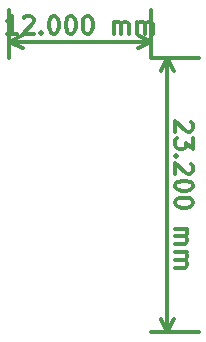
<source format=gbr>
G04 #@! TF.FileFunction,Other,ECO1*
%FSLAX46Y46*%
G04 Gerber Fmt 4.6, Leading zero omitted, Abs format (unit mm)*
G04 Created by KiCad (PCBNEW 4.0.7) date 11/15/17 16:50:02*
%MOMM*%
%LPD*%
G01*
G04 APERTURE LIST*
%ADD10C,0.100000*%
%ADD11C,0.300000*%
G04 APERTURE END LIST*
D10*
D11*
X174378571Y-115785715D02*
X174450000Y-115857144D01*
X174521429Y-116000001D01*
X174521429Y-116357144D01*
X174450000Y-116500001D01*
X174378571Y-116571430D01*
X174235714Y-116642858D01*
X174092857Y-116642858D01*
X173878571Y-116571430D01*
X173021429Y-115714287D01*
X173021429Y-116642858D01*
X174521429Y-117142858D02*
X174521429Y-118071429D01*
X173950000Y-117571429D01*
X173950000Y-117785715D01*
X173878571Y-117928572D01*
X173807143Y-118000001D01*
X173664286Y-118071429D01*
X173307143Y-118071429D01*
X173164286Y-118000001D01*
X173092857Y-117928572D01*
X173021429Y-117785715D01*
X173021429Y-117357143D01*
X173092857Y-117214286D01*
X173164286Y-117142858D01*
X173164286Y-118714286D02*
X173092857Y-118785714D01*
X173021429Y-118714286D01*
X173092857Y-118642857D01*
X173164286Y-118714286D01*
X173021429Y-118714286D01*
X174378571Y-119357143D02*
X174450000Y-119428572D01*
X174521429Y-119571429D01*
X174521429Y-119928572D01*
X174450000Y-120071429D01*
X174378571Y-120142858D01*
X174235714Y-120214286D01*
X174092857Y-120214286D01*
X173878571Y-120142858D01*
X173021429Y-119285715D01*
X173021429Y-120214286D01*
X174521429Y-121142857D02*
X174521429Y-121285714D01*
X174450000Y-121428571D01*
X174378571Y-121500000D01*
X174235714Y-121571429D01*
X173950000Y-121642857D01*
X173592857Y-121642857D01*
X173307143Y-121571429D01*
X173164286Y-121500000D01*
X173092857Y-121428571D01*
X173021429Y-121285714D01*
X173021429Y-121142857D01*
X173092857Y-121000000D01*
X173164286Y-120928571D01*
X173307143Y-120857143D01*
X173592857Y-120785714D01*
X173950000Y-120785714D01*
X174235714Y-120857143D01*
X174378571Y-120928571D01*
X174450000Y-121000000D01*
X174521429Y-121142857D01*
X174521429Y-122571428D02*
X174521429Y-122714285D01*
X174450000Y-122857142D01*
X174378571Y-122928571D01*
X174235714Y-123000000D01*
X173950000Y-123071428D01*
X173592857Y-123071428D01*
X173307143Y-123000000D01*
X173164286Y-122928571D01*
X173092857Y-122857142D01*
X173021429Y-122714285D01*
X173021429Y-122571428D01*
X173092857Y-122428571D01*
X173164286Y-122357142D01*
X173307143Y-122285714D01*
X173592857Y-122214285D01*
X173950000Y-122214285D01*
X174235714Y-122285714D01*
X174378571Y-122357142D01*
X174450000Y-122428571D01*
X174521429Y-122571428D01*
X173021429Y-124857142D02*
X174021429Y-124857142D01*
X173878571Y-124857142D02*
X173950000Y-124928570D01*
X174021429Y-125071428D01*
X174021429Y-125285713D01*
X173950000Y-125428570D01*
X173807143Y-125499999D01*
X173021429Y-125499999D01*
X173807143Y-125499999D02*
X173950000Y-125571428D01*
X174021429Y-125714285D01*
X174021429Y-125928570D01*
X173950000Y-126071428D01*
X173807143Y-126142856D01*
X173021429Y-126142856D01*
X173021429Y-126857142D02*
X174021429Y-126857142D01*
X173878571Y-126857142D02*
X173950000Y-126928570D01*
X174021429Y-127071428D01*
X174021429Y-127285713D01*
X173950000Y-127428570D01*
X173807143Y-127499999D01*
X173021429Y-127499999D01*
X173807143Y-127499999D02*
X173950000Y-127571428D01*
X174021429Y-127714285D01*
X174021429Y-127928570D01*
X173950000Y-128071428D01*
X173807143Y-128142856D01*
X173021429Y-128142856D01*
X172350000Y-110400000D02*
X172350000Y-133600000D01*
X170950000Y-110400000D02*
X175050000Y-110400000D01*
X170950000Y-133600000D02*
X175050000Y-133600000D01*
X172350000Y-133600000D02*
X171763579Y-132473496D01*
X172350000Y-133600000D02*
X172936421Y-132473496D01*
X172350000Y-110400000D02*
X171763579Y-111526504D01*
X172350000Y-110400000D02*
X172936421Y-111526504D01*
X159592858Y-108328571D02*
X158735715Y-108328571D01*
X159164287Y-108328571D02*
X159164287Y-106828571D01*
X159021430Y-107042857D01*
X158878572Y-107185714D01*
X158735715Y-107257143D01*
X160164286Y-106971429D02*
X160235715Y-106900000D01*
X160378572Y-106828571D01*
X160735715Y-106828571D01*
X160878572Y-106900000D01*
X160950001Y-106971429D01*
X161021429Y-107114286D01*
X161021429Y-107257143D01*
X160950001Y-107471429D01*
X160092858Y-108328571D01*
X161021429Y-108328571D01*
X161664286Y-108185714D02*
X161735714Y-108257143D01*
X161664286Y-108328571D01*
X161592857Y-108257143D01*
X161664286Y-108185714D01*
X161664286Y-108328571D01*
X162664286Y-106828571D02*
X162807143Y-106828571D01*
X162950000Y-106900000D01*
X163021429Y-106971429D01*
X163092858Y-107114286D01*
X163164286Y-107400000D01*
X163164286Y-107757143D01*
X163092858Y-108042857D01*
X163021429Y-108185714D01*
X162950000Y-108257143D01*
X162807143Y-108328571D01*
X162664286Y-108328571D01*
X162521429Y-108257143D01*
X162450000Y-108185714D01*
X162378572Y-108042857D01*
X162307143Y-107757143D01*
X162307143Y-107400000D01*
X162378572Y-107114286D01*
X162450000Y-106971429D01*
X162521429Y-106900000D01*
X162664286Y-106828571D01*
X164092857Y-106828571D02*
X164235714Y-106828571D01*
X164378571Y-106900000D01*
X164450000Y-106971429D01*
X164521429Y-107114286D01*
X164592857Y-107400000D01*
X164592857Y-107757143D01*
X164521429Y-108042857D01*
X164450000Y-108185714D01*
X164378571Y-108257143D01*
X164235714Y-108328571D01*
X164092857Y-108328571D01*
X163950000Y-108257143D01*
X163878571Y-108185714D01*
X163807143Y-108042857D01*
X163735714Y-107757143D01*
X163735714Y-107400000D01*
X163807143Y-107114286D01*
X163878571Y-106971429D01*
X163950000Y-106900000D01*
X164092857Y-106828571D01*
X165521428Y-106828571D02*
X165664285Y-106828571D01*
X165807142Y-106900000D01*
X165878571Y-106971429D01*
X165950000Y-107114286D01*
X166021428Y-107400000D01*
X166021428Y-107757143D01*
X165950000Y-108042857D01*
X165878571Y-108185714D01*
X165807142Y-108257143D01*
X165664285Y-108328571D01*
X165521428Y-108328571D01*
X165378571Y-108257143D01*
X165307142Y-108185714D01*
X165235714Y-108042857D01*
X165164285Y-107757143D01*
X165164285Y-107400000D01*
X165235714Y-107114286D01*
X165307142Y-106971429D01*
X165378571Y-106900000D01*
X165521428Y-106828571D01*
X167807142Y-108328571D02*
X167807142Y-107328571D01*
X167807142Y-107471429D02*
X167878570Y-107400000D01*
X168021428Y-107328571D01*
X168235713Y-107328571D01*
X168378570Y-107400000D01*
X168449999Y-107542857D01*
X168449999Y-108328571D01*
X168449999Y-107542857D02*
X168521428Y-107400000D01*
X168664285Y-107328571D01*
X168878570Y-107328571D01*
X169021428Y-107400000D01*
X169092856Y-107542857D01*
X169092856Y-108328571D01*
X169807142Y-108328571D02*
X169807142Y-107328571D01*
X169807142Y-107471429D02*
X169878570Y-107400000D01*
X170021428Y-107328571D01*
X170235713Y-107328571D01*
X170378570Y-107400000D01*
X170449999Y-107542857D01*
X170449999Y-108328571D01*
X170449999Y-107542857D02*
X170521428Y-107400000D01*
X170664285Y-107328571D01*
X170878570Y-107328571D01*
X171021428Y-107400000D01*
X171092856Y-107542857D01*
X171092856Y-108328571D01*
X158950000Y-109000000D02*
X170950000Y-109000000D01*
X158950000Y-110400000D02*
X158950000Y-106300000D01*
X170950000Y-110400000D02*
X170950000Y-106300000D01*
X170950000Y-109000000D02*
X169823496Y-109586421D01*
X170950000Y-109000000D02*
X169823496Y-108413579D01*
X158950000Y-109000000D02*
X160076504Y-109586421D01*
X158950000Y-109000000D02*
X160076504Y-108413579D01*
M02*

</source>
